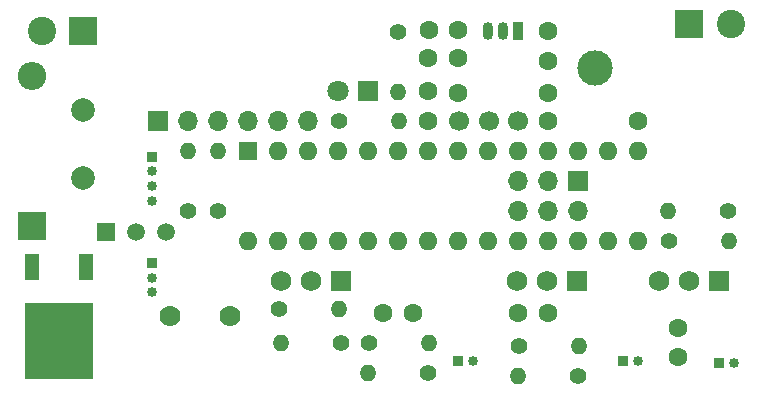
<source format=gbs>
G04 #@! TF.FileFunction,Soldermask,Bot*
%FSLAX46Y46*%
G04 Gerber Fmt 4.6, Leading zero omitted, Abs format (unit mm)*
G04 Created by KiCad (PCBNEW 4.0.7) date 06/15/19 08:17:50*
%MOMM*%
%LPD*%
G01*
G04 APERTURE LIST*
%ADD10C,0.100000*%
%ADD11R,1.600000X1.600000*%
%ADD12O,1.600000X1.600000*%
%ADD13R,2.400000X2.400000*%
%ADD14C,2.400000*%
%ADD15C,1.700000*%
%ADD16O,2.400000X2.400000*%
%ADD17C,3.000000*%
%ADD18C,1.750000*%
%ADD19R,1.750000X1.750000*%
%ADD20C,1.778000*%
%ADD21C,1.400000*%
%ADD22O,1.400000X1.400000*%
%ADD23C,1.600000*%
%ADD24R,1.800000X1.800000*%
%ADD25C,1.800000*%
%ADD26R,0.850000X0.850000*%
%ADD27C,0.850000*%
%ADD28O,0.900000X1.500000*%
%ADD29R,0.900000X1.500000*%
%ADD30R,1.700000X1.700000*%
%ADD31O,1.700000X1.700000*%
%ADD32C,2.000000*%
%ADD33R,1.200000X2.200000*%
%ADD34R,5.800000X6.400000*%
%ADD35C,1.520000*%
%ADD36R,1.520000X1.520000*%
G04 APERTURE END LIST*
D10*
D11*
X57658000Y-98425000D03*
D12*
X90678000Y-106045000D03*
X60198000Y-98425000D03*
X88138000Y-106045000D03*
X62738000Y-98425000D03*
X85598000Y-106045000D03*
X65278000Y-98425000D03*
X83058000Y-106045000D03*
X67818000Y-98425000D03*
X80518000Y-106045000D03*
X70358000Y-98425000D03*
X77978000Y-106045000D03*
X72898000Y-98425000D03*
X75438000Y-106045000D03*
X75438000Y-98425000D03*
X72898000Y-106045000D03*
X77978000Y-98425000D03*
X70358000Y-106045000D03*
X80518000Y-98425000D03*
X67818000Y-106045000D03*
X83058000Y-98425000D03*
X65278000Y-106045000D03*
X85598000Y-98425000D03*
X62738000Y-106045000D03*
X88138000Y-98425000D03*
X60198000Y-106045000D03*
X90678000Y-98425000D03*
X57658000Y-106045000D03*
D13*
X94998000Y-87630000D03*
D14*
X98498000Y-87630000D03*
D13*
X43688000Y-88265000D03*
D14*
X40188000Y-88265000D03*
D15*
X80518000Y-95885000D03*
X78018000Y-95885000D03*
X75518000Y-95885000D03*
D13*
X39370000Y-104775000D03*
D16*
X39370000Y-92075000D03*
D17*
X86998000Y-91365000D03*
D18*
X92418000Y-109365000D03*
X94958000Y-109365000D03*
D19*
X97498000Y-109365000D03*
D20*
X51054000Y-112395000D03*
X56134000Y-112395000D03*
D21*
X93258000Y-106045000D03*
D22*
X98338000Y-106045000D03*
D21*
X80558000Y-114935000D03*
D22*
X85638000Y-114935000D03*
D21*
X98258000Y-103505000D03*
D22*
X93178000Y-103505000D03*
D21*
X85558000Y-117475000D03*
D22*
X80478000Y-117475000D03*
D23*
X83058000Y-88265000D03*
X83058000Y-90765000D03*
X75438000Y-88138000D03*
X72938000Y-88138000D03*
X80518000Y-112141000D03*
X83018000Y-112141000D03*
X93998000Y-113365000D03*
X93998000Y-115865000D03*
D24*
X67818000Y-93345000D03*
D25*
X65278000Y-93345000D03*
D26*
X97498000Y-116365000D03*
D27*
X98748000Y-116365000D03*
D28*
X79248000Y-88265000D03*
X77978000Y-88265000D03*
D29*
X80518000Y-88265000D03*
D26*
X49498000Y-98865000D03*
D27*
X49498000Y-100115000D03*
X49498000Y-101365000D03*
X49498000Y-102615000D03*
D23*
X72898000Y-93345000D03*
X72898000Y-95845000D03*
X72898000Y-90551000D03*
X75398000Y-90551000D03*
D21*
X65318000Y-95885000D03*
D22*
X70398000Y-95885000D03*
D23*
X69088000Y-112141000D03*
X71588000Y-112141000D03*
D21*
X72858000Y-117221000D03*
D22*
X67778000Y-117221000D03*
D21*
X67858000Y-114681000D03*
D22*
X72938000Y-114681000D03*
D18*
X80418000Y-109365000D03*
X82958000Y-109365000D03*
D19*
X85498000Y-109365000D03*
D18*
X60418000Y-109365000D03*
X62958000Y-109365000D03*
D19*
X65498000Y-109365000D03*
D21*
X52578000Y-103465000D03*
D22*
X52578000Y-98385000D03*
D21*
X55118000Y-103465000D03*
D22*
X55118000Y-98385000D03*
D30*
X50038000Y-95885000D03*
D31*
X52578000Y-95885000D03*
X55118000Y-95885000D03*
X57658000Y-95885000D03*
X60198000Y-95885000D03*
X62738000Y-95885000D03*
D32*
X43688000Y-100690000D03*
X43688000Y-94890000D03*
D26*
X49498000Y-107865000D03*
D27*
X49498000Y-109115000D03*
X49498000Y-110365000D03*
D26*
X75438000Y-116205000D03*
D27*
X76688000Y-116205000D03*
D26*
X89408000Y-116205000D03*
D27*
X90658000Y-116205000D03*
D21*
X70358000Y-88305000D03*
D22*
X70358000Y-93385000D03*
D23*
X83058000Y-93472000D03*
X75438000Y-93472000D03*
X83058000Y-95885000D03*
X90678000Y-95885000D03*
D21*
X65492000Y-114681000D03*
D22*
X60412000Y-114681000D03*
D21*
X60238000Y-111760000D03*
D22*
X65318000Y-111760000D03*
D33*
X39376000Y-108195000D03*
X43936000Y-108195000D03*
D34*
X41656000Y-114495000D03*
D35*
X48133000Y-105283000D03*
X50673000Y-105283000D03*
D36*
X45593000Y-105283000D03*
D30*
X85598000Y-100965000D03*
D31*
X85598000Y-103505000D03*
X83058000Y-100965000D03*
X83058000Y-103505000D03*
X80518000Y-100965000D03*
X80518000Y-103505000D03*
M02*

</source>
